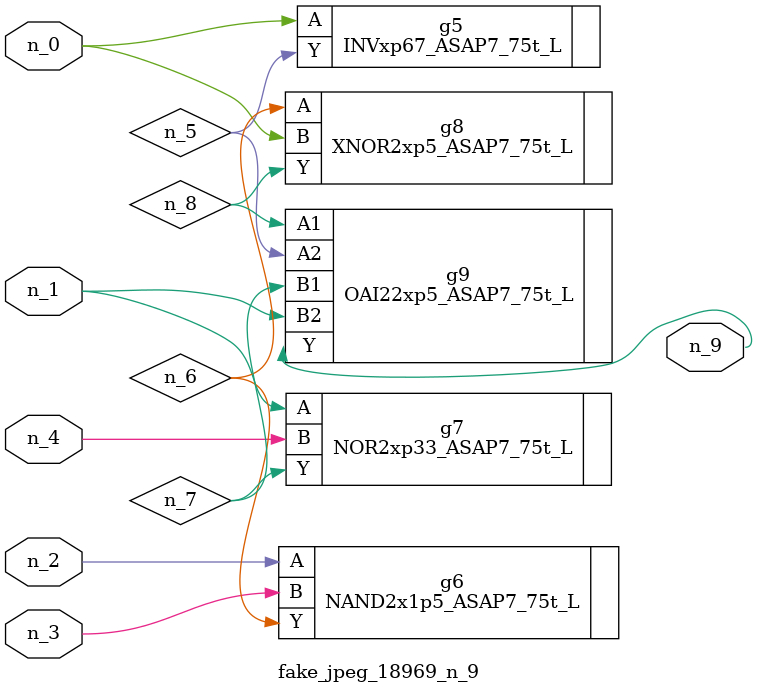
<source format=v>
module fake_jpeg_18969_n_9 (n_3, n_2, n_1, n_0, n_4, n_9);

input n_3;
input n_2;
input n_1;
input n_0;
input n_4;

output n_9;

wire n_8;
wire n_6;
wire n_5;
wire n_7;

INVxp67_ASAP7_75t_L g5 ( 
.A(n_0),
.Y(n_5)
);

NAND2x1p5_ASAP7_75t_L g6 ( 
.A(n_2),
.B(n_3),
.Y(n_6)
);

NOR2xp33_ASAP7_75t_L g7 ( 
.A(n_1),
.B(n_4),
.Y(n_7)
);

XNOR2xp5_ASAP7_75t_L g8 ( 
.A(n_6),
.B(n_0),
.Y(n_8)
);

OAI22xp5_ASAP7_75t_L g9 ( 
.A1(n_8),
.A2(n_5),
.B1(n_7),
.B2(n_1),
.Y(n_9)
);


endmodule
</source>
